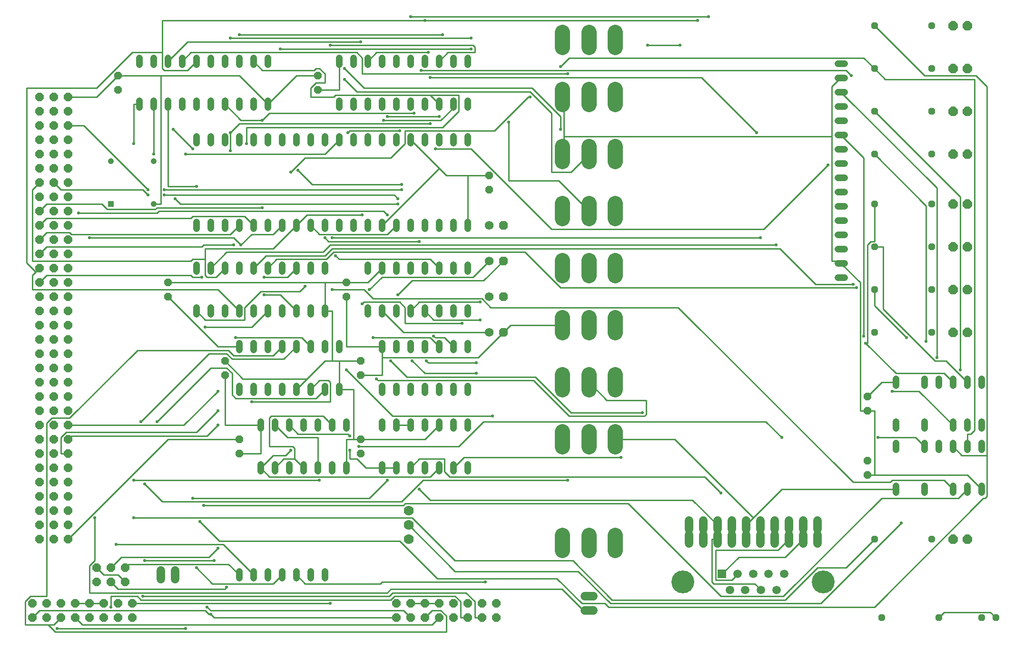
<source format=gbr>
G04 EAGLE Gerber RS-274X export*
G75*
%MOMM*%
%FSLAX34Y34*%
%LPD*%
%INBottom Copper*%
%IPPOS*%
%AMOC8*
5,1,8,0,0,1.08239X$1,22.5*%
G01*
%ADD10P,1.649562X8X202.500000*%
%ADD11P,1.319650X8X202.500000*%
%ADD12C,1.219200*%
%ADD13C,1.500000*%
%ADD14R,1.500000X1.500000*%
%ADD15C,4.066000*%
%ADD16P,1.814519X8X22.500000*%
%ADD17C,2.705100*%
%ADD18P,1.649562X8X22.500000*%
%ADD19C,1.050000*%
%ADD20R,1.050000X1.050000*%
%ADD21C,1.524000*%
%ADD22C,1.200000*%
%ADD23C,1.778000*%
%ADD24P,1.704548X8X22.500000*%
%ADD25C,1.574800*%
%ADD26P,1.539592X8X112.500000*%
%ADD27C,0.254000*%
%ADD28C,0.558800*%


D10*
X50800Y177800D03*
X50800Y203200D03*
X50800Y228600D03*
X50800Y254000D03*
X50800Y279400D03*
X50800Y304800D03*
X50800Y330200D03*
X50800Y355600D03*
X50800Y381000D03*
X50800Y406400D03*
X50800Y431800D03*
X50800Y457200D03*
X50800Y482600D03*
X50800Y508000D03*
X50800Y533400D03*
X50800Y558800D03*
X76200Y177800D03*
X76200Y203200D03*
X76200Y228600D03*
X76200Y254000D03*
X76200Y279400D03*
X76200Y304800D03*
X76200Y330200D03*
X76200Y355600D03*
X76200Y381000D03*
X76200Y406400D03*
X76200Y431800D03*
X76200Y457200D03*
X76200Y482600D03*
X76200Y508000D03*
X76200Y533400D03*
X76200Y558800D03*
X101600Y177800D03*
X101600Y203200D03*
X101600Y228600D03*
X101600Y254000D03*
X101600Y279400D03*
X101600Y304800D03*
X101600Y330200D03*
X101600Y355600D03*
X101600Y381000D03*
X101600Y406400D03*
X101600Y431800D03*
X101600Y457200D03*
X101600Y482600D03*
X101600Y508000D03*
X101600Y533400D03*
X101600Y558800D03*
X50800Y584200D03*
X50800Y609600D03*
X50800Y635000D03*
X50800Y660400D03*
X50800Y685800D03*
X50800Y711200D03*
X50800Y736600D03*
X50800Y762000D03*
X50800Y787400D03*
X50800Y812800D03*
X50800Y838200D03*
X50800Y863600D03*
X50800Y889000D03*
X50800Y914400D03*
X50800Y939800D03*
X50800Y965200D03*
X76200Y584200D03*
X76200Y609600D03*
X76200Y635000D03*
X76200Y660400D03*
X76200Y685800D03*
X76200Y711200D03*
X76200Y736600D03*
X76200Y762000D03*
X76200Y787400D03*
X76200Y812800D03*
X76200Y838200D03*
X76200Y863600D03*
X76200Y889000D03*
X76200Y914400D03*
X76200Y939800D03*
X76200Y965200D03*
X101600Y584200D03*
X101600Y609600D03*
X101600Y635000D03*
X101600Y660400D03*
X101600Y685800D03*
X101600Y711200D03*
X101600Y736600D03*
X101600Y762000D03*
X101600Y787400D03*
X101600Y812800D03*
X101600Y838200D03*
X101600Y863600D03*
X101600Y889000D03*
X101600Y914400D03*
X101600Y939800D03*
X101600Y965200D03*
D11*
X1752600Y38100D03*
X1727200Y38100D03*
X1651000Y38100D03*
X1549400Y38100D03*
D12*
X330200Y730504D02*
X330200Y742696D01*
X355600Y742696D02*
X355600Y730504D01*
X482600Y730504D02*
X482600Y742696D01*
X508000Y742696D02*
X508000Y730504D01*
X381000Y730504D02*
X381000Y742696D01*
X406400Y742696D02*
X406400Y730504D01*
X457200Y730504D02*
X457200Y742696D01*
X431800Y742696D02*
X431800Y730504D01*
X533400Y730504D02*
X533400Y742696D01*
X558800Y742696D02*
X558800Y730504D01*
X584200Y730504D02*
X584200Y742696D01*
X609600Y742696D02*
X609600Y730504D01*
X635000Y730504D02*
X635000Y742696D01*
X660400Y742696D02*
X660400Y730504D01*
X685800Y730504D02*
X685800Y742696D01*
X711200Y742696D02*
X711200Y730504D01*
X736600Y730504D02*
X736600Y742696D01*
X762000Y742696D02*
X762000Y730504D01*
X787400Y730504D02*
X787400Y742696D01*
X812800Y742696D02*
X812800Y730504D01*
X812800Y882904D02*
X812800Y895096D01*
X787400Y895096D02*
X787400Y882904D01*
X762000Y882904D02*
X762000Y895096D01*
X736600Y895096D02*
X736600Y882904D01*
X711200Y882904D02*
X711200Y895096D01*
X685800Y895096D02*
X685800Y882904D01*
X660400Y882904D02*
X660400Y895096D01*
X635000Y895096D02*
X635000Y882904D01*
X609600Y882904D02*
X609600Y895096D01*
X584200Y895096D02*
X584200Y882904D01*
X558800Y882904D02*
X558800Y895096D01*
X533400Y895096D02*
X533400Y882904D01*
X508000Y882904D02*
X508000Y895096D01*
X482600Y895096D02*
X482600Y882904D01*
X457200Y882904D02*
X457200Y895096D01*
X431800Y895096D02*
X431800Y882904D01*
X406400Y882904D02*
X406400Y895096D01*
X381000Y895096D02*
X381000Y882904D01*
X355600Y882904D02*
X355600Y895096D01*
X330200Y895096D02*
X330200Y882904D01*
X635000Y590296D02*
X635000Y578104D01*
X660400Y578104D02*
X660400Y590296D01*
X787400Y590296D02*
X787400Y578104D01*
X812800Y578104D02*
X812800Y590296D01*
X685800Y590296D02*
X685800Y578104D01*
X711200Y578104D02*
X711200Y590296D01*
X762000Y590296D02*
X762000Y578104D01*
X736600Y578104D02*
X736600Y590296D01*
X812800Y654304D02*
X812800Y666496D01*
X787400Y666496D02*
X787400Y654304D01*
X762000Y654304D02*
X762000Y666496D01*
X736600Y666496D02*
X736600Y654304D01*
X711200Y654304D02*
X711200Y666496D01*
X685800Y666496D02*
X685800Y654304D01*
X660400Y654304D02*
X660400Y666496D01*
X635000Y666496D02*
X635000Y654304D01*
D13*
X1279250Y87400D03*
X1306950Y87400D03*
X1334650Y87400D03*
X1362350Y87400D03*
X1376200Y115800D03*
X1348500Y115800D03*
X1320800Y115800D03*
X1293100Y115800D03*
D14*
X1265400Y115800D03*
D15*
X1195850Y101600D03*
X1445750Y101600D03*
D16*
X1676400Y177800D03*
X1701800Y177800D03*
D17*
X1075690Y342075D02*
X1075690Y369126D01*
X1028700Y369126D02*
X1028700Y342075D01*
X981710Y342075D02*
X981710Y369126D01*
X1075690Y443675D02*
X1075690Y470726D01*
X1028700Y470726D02*
X1028700Y443675D01*
X981710Y443675D02*
X981710Y470726D01*
X1075690Y545275D02*
X1075690Y572326D01*
X1028700Y572326D02*
X1028700Y545275D01*
X981710Y545275D02*
X981710Y572326D01*
X1075690Y646875D02*
X1075690Y673926D01*
X1028700Y673926D02*
X1028700Y646875D01*
X981710Y646875D02*
X981710Y673926D01*
X1075690Y748475D02*
X1075690Y775526D01*
X1028700Y775526D02*
X1028700Y748475D01*
X981710Y748475D02*
X981710Y775526D01*
X1075690Y850075D02*
X1075690Y877126D01*
X1028700Y877126D02*
X1028700Y850075D01*
X981710Y850075D02*
X981710Y877126D01*
X1075690Y951675D02*
X1075690Y978726D01*
X1028700Y978726D02*
X1028700Y951675D01*
X981710Y951675D02*
X981710Y978726D01*
X1075690Y1053275D02*
X1075690Y1080326D01*
X1028700Y1080326D02*
X1028700Y1053275D01*
X981710Y1053275D02*
X981710Y1080326D01*
D12*
X228600Y958596D02*
X228600Y946404D01*
X254000Y946404D02*
X254000Y958596D01*
X381000Y958596D02*
X381000Y946404D01*
X406400Y946404D02*
X406400Y958596D01*
X279400Y958596D02*
X279400Y946404D01*
X304800Y946404D02*
X304800Y958596D01*
X355600Y958596D02*
X355600Y946404D01*
X330200Y946404D02*
X330200Y958596D01*
X431800Y958596D02*
X431800Y946404D01*
X457200Y946404D02*
X457200Y958596D01*
X457200Y1022604D02*
X457200Y1034796D01*
X431800Y1034796D02*
X431800Y1022604D01*
X406400Y1022604D02*
X406400Y1034796D01*
X381000Y1034796D02*
X381000Y1022604D01*
X355600Y1022604D02*
X355600Y1034796D01*
X330200Y1034796D02*
X330200Y1022604D01*
X304800Y1022604D02*
X304800Y1034796D01*
X279400Y1034796D02*
X279400Y1022604D01*
X254000Y1022604D02*
X254000Y1034796D01*
X228600Y1034796D02*
X228600Y1022604D01*
D11*
X1638300Y177800D03*
X1536700Y177800D03*
D16*
X1676400Y546100D03*
X1701800Y546100D03*
X1676400Y622300D03*
X1701800Y622300D03*
X1676400Y698500D03*
X1701800Y698500D03*
X1676400Y774700D03*
X1701800Y774700D03*
X1676400Y863600D03*
X1701800Y863600D03*
X1676400Y939800D03*
X1701800Y939800D03*
X1676400Y1016000D03*
X1701800Y1016000D03*
X1676400Y1092200D03*
X1701800Y1092200D03*
D11*
X1638300Y546100D03*
X1536700Y546100D03*
X1638300Y622300D03*
X1536700Y622300D03*
X1638300Y698500D03*
X1536700Y698500D03*
X1638300Y774700D03*
X1536700Y774700D03*
X1638300Y863600D03*
X1536700Y863600D03*
X1638300Y939800D03*
X1536700Y939800D03*
X1638300Y1016000D03*
X1536700Y1016000D03*
X1638300Y1092200D03*
X1536700Y1092200D03*
D12*
X330200Y590296D02*
X330200Y578104D01*
X355600Y578104D02*
X355600Y590296D01*
X482600Y590296D02*
X482600Y578104D01*
X508000Y578104D02*
X508000Y590296D01*
X381000Y590296D02*
X381000Y578104D01*
X406400Y578104D02*
X406400Y590296D01*
X457200Y590296D02*
X457200Y578104D01*
X431800Y578104D02*
X431800Y590296D01*
X533400Y590296D02*
X533400Y578104D01*
X558800Y578104D02*
X558800Y590296D01*
X558800Y654304D02*
X558800Y666496D01*
X533400Y666496D02*
X533400Y654304D01*
X508000Y654304D02*
X508000Y666496D01*
X482600Y666496D02*
X482600Y654304D01*
X457200Y654304D02*
X457200Y666496D01*
X431800Y666496D02*
X431800Y654304D01*
X406400Y654304D02*
X406400Y666496D01*
X381000Y666496D02*
X381000Y654304D01*
X355600Y654304D02*
X355600Y666496D01*
X330200Y666496D02*
X330200Y654304D01*
X1727200Y348996D02*
X1727200Y336804D01*
X1701800Y336804D02*
X1701800Y348996D01*
X1676400Y348996D02*
X1676400Y336804D01*
X1651000Y336804D02*
X1651000Y348996D01*
X1625600Y348996D02*
X1625600Y336804D01*
X1574800Y336804D02*
X1574800Y348996D01*
X1574800Y272796D02*
X1574800Y260604D01*
X1625600Y260604D02*
X1625600Y272796D01*
X1676400Y272796D02*
X1676400Y260604D01*
X1701800Y260604D02*
X1701800Y272796D01*
X1727200Y272796D02*
X1727200Y260604D01*
X1727200Y451104D02*
X1727200Y463296D01*
X1701800Y463296D02*
X1701800Y451104D01*
X1676400Y451104D02*
X1676400Y463296D01*
X1651000Y463296D02*
X1651000Y451104D01*
X1625600Y451104D02*
X1625600Y463296D01*
X1574800Y463296D02*
X1574800Y451104D01*
X1574800Y387096D02*
X1574800Y374904D01*
X1625600Y374904D02*
X1625600Y387096D01*
X1676400Y387096D02*
X1676400Y374904D01*
X1701800Y374904D02*
X1701800Y387096D01*
X1727200Y387096D02*
X1727200Y374904D01*
X406400Y438404D02*
X406400Y450596D01*
X431800Y450596D02*
X431800Y438404D01*
X558800Y438404D02*
X558800Y450596D01*
X584200Y450596D02*
X584200Y438404D01*
X457200Y438404D02*
X457200Y450596D01*
X482600Y450596D02*
X482600Y438404D01*
X533400Y438404D02*
X533400Y450596D01*
X508000Y450596D02*
X508000Y438404D01*
X584200Y514604D02*
X584200Y526796D01*
X558800Y526796D02*
X558800Y514604D01*
X533400Y514604D02*
X533400Y526796D01*
X508000Y526796D02*
X508000Y514604D01*
X482600Y514604D02*
X482600Y526796D01*
X457200Y526796D02*
X457200Y514604D01*
X431800Y514604D02*
X431800Y526796D01*
X406400Y526796D02*
X406400Y514604D01*
D18*
X152400Y101600D03*
X152400Y127000D03*
X177800Y101600D03*
X177800Y127000D03*
X203200Y101600D03*
X203200Y127000D03*
D19*
X177800Y850900D03*
X254000Y850900D03*
X254000Y774700D03*
D20*
X177800Y774700D03*
D17*
X1075690Y184976D02*
X1075690Y157925D01*
X1028700Y157925D02*
X1028700Y184976D01*
X981710Y184976D02*
X981710Y157925D01*
D21*
X1021080Y50800D02*
X1036320Y50800D01*
X1036320Y76200D02*
X1021080Y76200D01*
D22*
X1471600Y1024900D02*
X1483600Y1024900D01*
X1483600Y999500D02*
X1471600Y999500D01*
X1471600Y974100D02*
X1483600Y974100D01*
X1483600Y948700D02*
X1471600Y948700D01*
X1471600Y923300D02*
X1483600Y923300D01*
X1483600Y897900D02*
X1471600Y897900D01*
X1471600Y872500D02*
X1483600Y872500D01*
X1483600Y847100D02*
X1471600Y847100D01*
X1471600Y821700D02*
X1483600Y821700D01*
X1483600Y796300D02*
X1471600Y796300D01*
X1471600Y770900D02*
X1483600Y770900D01*
X1483600Y745500D02*
X1471600Y745500D01*
X1471600Y720100D02*
X1483600Y720100D01*
X1483600Y694700D02*
X1471600Y694700D01*
X1471600Y669300D02*
X1483600Y669300D01*
X1483600Y643900D02*
X1471600Y643900D01*
D12*
X584200Y946404D02*
X584200Y958596D01*
X609600Y958596D02*
X609600Y946404D01*
X736600Y946404D02*
X736600Y958596D01*
X762000Y958596D02*
X762000Y946404D01*
X635000Y946404D02*
X635000Y958596D01*
X660400Y958596D02*
X660400Y946404D01*
X711200Y946404D02*
X711200Y958596D01*
X685800Y958596D02*
X685800Y946404D01*
X787400Y946404D02*
X787400Y958596D01*
X812800Y958596D02*
X812800Y946404D01*
X812800Y1022604D02*
X812800Y1034796D01*
X787400Y1034796D02*
X787400Y1022604D01*
X762000Y1022604D02*
X762000Y1034796D01*
X736600Y1034796D02*
X736600Y1022604D01*
X711200Y1022604D02*
X711200Y1034796D01*
X685800Y1034796D02*
X685800Y1022604D01*
X660400Y1022604D02*
X660400Y1034796D01*
X635000Y1034796D02*
X635000Y1022604D01*
X609600Y1022604D02*
X609600Y1034796D01*
X584200Y1034796D02*
X584200Y1022604D01*
X660400Y310896D02*
X660400Y298704D01*
X685800Y298704D02*
X685800Y310896D01*
X812800Y310896D02*
X812800Y298704D01*
X812800Y374904D02*
X812800Y387096D01*
X711200Y310896D02*
X711200Y298704D01*
X736600Y298704D02*
X736600Y310896D01*
X787400Y310896D02*
X787400Y298704D01*
X762000Y298704D02*
X762000Y310896D01*
X787400Y374904D02*
X787400Y387096D01*
X762000Y387096D02*
X762000Y374904D01*
X736600Y374904D02*
X736600Y387096D01*
X711200Y387096D02*
X711200Y374904D01*
X685800Y374904D02*
X685800Y387096D01*
X660400Y387096D02*
X660400Y374904D01*
D10*
X215900Y63500D03*
X215900Y38100D03*
X190500Y63500D03*
X190500Y38100D03*
X165100Y63500D03*
X165100Y38100D03*
X139700Y63500D03*
X139700Y38100D03*
X114300Y63500D03*
X114300Y38100D03*
X88900Y63500D03*
X88900Y38100D03*
X63500Y63500D03*
X63500Y38100D03*
X38100Y63500D03*
X38100Y38100D03*
D23*
X708025Y203200D03*
X708025Y228600D03*
X708025Y177800D03*
D10*
X863600Y63500D03*
X863600Y38100D03*
X838200Y63500D03*
X838200Y38100D03*
X812800Y63500D03*
X812800Y38100D03*
X787400Y63500D03*
X787400Y38100D03*
X762000Y63500D03*
X762000Y38100D03*
X736600Y63500D03*
X736600Y38100D03*
X711200Y63500D03*
X711200Y38100D03*
X685800Y63500D03*
X685800Y38100D03*
D12*
X444500Y298704D02*
X444500Y310896D01*
X469900Y310896D02*
X469900Y298704D01*
X596900Y298704D02*
X596900Y310896D01*
X596900Y374904D02*
X596900Y387096D01*
X495300Y310896D02*
X495300Y298704D01*
X520700Y298704D02*
X520700Y310896D01*
X571500Y310896D02*
X571500Y298704D01*
X546100Y298704D02*
X546100Y310896D01*
X571500Y374904D02*
X571500Y387096D01*
X546100Y387096D02*
X546100Y374904D01*
X520700Y374904D02*
X520700Y387096D01*
X495300Y387096D02*
X495300Y374904D01*
X469900Y374904D02*
X469900Y387096D01*
X444500Y387096D02*
X444500Y374904D01*
D21*
X1206500Y185420D02*
X1206500Y170180D01*
X1231900Y170180D02*
X1231900Y185420D01*
X1257300Y185420D02*
X1257300Y170180D01*
X1282700Y170180D02*
X1282700Y185420D01*
X1308100Y185420D02*
X1308100Y170180D01*
X1333500Y170180D02*
X1333500Y185420D01*
X1358900Y185420D02*
X1358900Y170180D01*
X1384300Y170180D02*
X1384300Y185420D01*
X1409700Y185420D02*
X1409700Y170180D01*
X1435100Y170180D02*
X1435100Y185420D01*
X1206500Y195580D02*
X1206500Y210820D01*
X1231900Y210820D02*
X1231900Y195580D01*
X1257300Y195580D02*
X1257300Y210820D01*
X1282700Y210820D02*
X1282700Y195580D01*
X1308100Y195580D02*
X1308100Y210820D01*
X1333500Y210820D02*
X1333500Y195580D01*
X1358900Y195580D02*
X1358900Y210820D01*
X1384300Y210820D02*
X1384300Y195580D01*
X1409700Y195580D02*
X1409700Y210820D01*
X1435100Y210820D02*
X1435100Y195580D01*
D24*
X876300Y673100D03*
D25*
X850900Y673100D03*
D24*
X876300Y609600D03*
D25*
X850900Y609600D03*
D24*
X876300Y546100D03*
D25*
X850900Y546100D03*
D24*
X876300Y736600D03*
D25*
X850900Y736600D03*
D26*
X1524000Y406400D03*
X1524000Y431800D03*
X1524000Y292100D03*
X1524000Y317500D03*
X850900Y800100D03*
X850900Y825500D03*
X596900Y609600D03*
X596900Y635000D03*
X381000Y469900D03*
X381000Y495300D03*
X622300Y469900D03*
X622300Y495300D03*
X622300Y330200D03*
X622300Y355600D03*
X406400Y330200D03*
X406400Y355600D03*
X279400Y609600D03*
X279400Y635000D03*
X546100Y977900D03*
X546100Y1003300D03*
X190500Y977900D03*
X190500Y1003300D03*
D21*
X266700Y121920D02*
X266700Y106680D01*
X292100Y106680D02*
X292100Y121920D01*
D12*
X660400Y438404D02*
X660400Y450596D01*
X685800Y450596D02*
X685800Y438404D01*
X812800Y438404D02*
X812800Y450596D01*
X812800Y514604D02*
X812800Y526796D01*
X711200Y450596D02*
X711200Y438404D01*
X736600Y438404D02*
X736600Y450596D01*
X787400Y450596D02*
X787400Y438404D01*
X762000Y438404D02*
X762000Y450596D01*
X787400Y514604D02*
X787400Y526796D01*
X762000Y526796D02*
X762000Y514604D01*
X736600Y514604D02*
X736600Y526796D01*
X711200Y526796D02*
X711200Y514604D01*
X685800Y514604D02*
X685800Y526796D01*
X660400Y526796D02*
X660400Y514604D01*
X406400Y120396D02*
X406400Y108204D01*
X431800Y108204D02*
X431800Y120396D01*
X457200Y120396D02*
X457200Y108204D01*
X482600Y108204D02*
X482600Y120396D01*
X508000Y120396D02*
X508000Y108204D01*
X533400Y108204D02*
X533400Y120396D01*
X558800Y120396D02*
X558800Y108204D01*
D27*
X1524000Y431800D02*
X1549400Y457200D01*
X1574800Y457200D01*
X1371600Y266700D02*
X1320800Y215900D01*
X1308100Y203200D01*
X1371600Y266700D02*
X1574800Y266700D01*
X596900Y304800D02*
X596900Y355600D01*
X609600Y355600D02*
X622300Y355600D01*
X609600Y355600D02*
X596900Y355600D01*
X527050Y463550D02*
X558800Y495300D01*
X527050Y463550D02*
X508000Y444500D01*
X584200Y495300D02*
X622300Y495300D01*
X584200Y495300D02*
X571500Y495300D01*
X558800Y495300D01*
X584200Y495300D02*
X584200Y444500D01*
X412750Y463550D02*
X381000Y495300D01*
X412750Y463550D02*
X527050Y463550D01*
X609600Y444500D02*
X609600Y355600D01*
X609600Y444500D02*
X584200Y444500D01*
X279400Y355600D02*
X101600Y177800D01*
X279400Y355600D02*
X406400Y355600D01*
X736600Y355600D02*
X762000Y381000D01*
X736600Y355600D02*
X622300Y355600D01*
X457200Y952500D02*
X508000Y1003300D01*
X546100Y1003300D01*
X190500Y1003300D02*
X152400Y965200D01*
X101600Y965200D01*
X406400Y1003300D02*
X457200Y952500D01*
X266700Y1003300D02*
X190500Y1003300D01*
X266700Y1003300D02*
X406400Y1003300D01*
X762000Y838200D02*
X774700Y825500D01*
X762000Y838200D02*
X711200Y889000D01*
X812800Y825500D02*
X850900Y825500D01*
X812800Y825500D02*
X774700Y825500D01*
X812800Y825500D02*
X812800Y736600D01*
X558800Y635000D02*
X558800Y584200D01*
X558800Y635000D02*
X596900Y635000D01*
X635000Y635000D02*
X660400Y660400D01*
X635000Y635000D02*
X596900Y635000D01*
X558800Y635000D02*
X279400Y635000D01*
X660400Y736600D02*
X762000Y838200D01*
X266700Y774700D02*
X266700Y1003300D01*
X266700Y774700D02*
X254000Y774700D01*
X571500Y584200D02*
X571500Y495300D01*
X571500Y584200D02*
X558800Y584200D01*
X1181100Y355600D02*
X1320800Y215900D01*
X1181100Y355600D02*
X1075690Y355600D01*
X1701800Y292100D02*
X1727200Y266700D01*
X1536700Y292100D02*
X1524000Y292100D01*
X1536700Y292100D02*
X1701800Y292100D01*
X1511300Y635000D02*
X1479550Y666750D01*
X1511300Y635000D02*
X1511300Y406400D01*
X1524000Y406400D01*
X1479550Y666750D02*
X1477600Y669300D01*
X1460500Y984250D02*
X1473200Y996950D01*
X1460500Y895350D02*
X1460500Y673100D01*
X1460500Y895350D02*
X1460500Y984250D01*
X1460500Y673100D02*
X1473200Y673100D01*
X1473200Y996950D02*
X1477600Y999500D01*
X1473200Y673100D02*
X1477600Y669300D01*
X1536700Y406400D02*
X1536700Y292100D01*
X1536700Y406400D02*
X1524000Y406400D01*
X889000Y558800D02*
X876300Y546100D01*
X889000Y558800D02*
X981710Y558800D01*
X984250Y863600D02*
X984250Y895350D01*
X984250Y965200D01*
X981710Y965200D01*
X981710Y863600D02*
X984250Y863600D01*
X584200Y977900D02*
X584200Y1028700D01*
X584200Y977900D02*
X546100Y977900D01*
X660400Y501650D02*
X660400Y469900D01*
X660400Y501650D02*
X660400Y520700D01*
X660400Y469900D02*
X622300Y469900D01*
X596900Y520700D02*
X596900Y609600D01*
X596900Y520700D02*
X660400Y520700D01*
X444500Y381000D02*
X444500Y330200D01*
X406400Y330200D01*
X381000Y381000D02*
X381000Y469900D01*
X381000Y381000D02*
X444500Y381000D01*
X368300Y520700D02*
X279400Y609600D01*
X368300Y520700D02*
X406400Y520700D01*
X209550Y133350D02*
X203200Y127000D01*
X209550Y133350D02*
X387350Y133350D01*
X406400Y114300D01*
X831850Y501650D02*
X876300Y546100D01*
X831850Y501650D02*
X660400Y501650D01*
X984250Y895350D02*
X1460500Y895350D01*
X63500Y647700D02*
X50800Y635000D01*
X63500Y647700D02*
X320675Y647700D01*
X323850Y644525D01*
X339725Y644525D01*
X711200Y1108075D02*
X1241425Y1108075D01*
X314325Y1063625D02*
X279400Y1028700D01*
X314325Y1063625D02*
X622300Y1063625D01*
X323850Y873125D02*
X288925Y908050D01*
D28*
X339725Y644525D03*
X1241425Y1108075D03*
X711200Y1108075D03*
X622300Y1063625D03*
X323850Y873125D03*
X288925Y908050D03*
D27*
X44450Y654050D02*
X38100Y647700D01*
X44450Y654050D02*
X50800Y660400D01*
X38100Y647700D02*
X38100Y622300D01*
X368300Y622300D01*
X406400Y584200D01*
X736600Y1101725D02*
X1222375Y1101725D01*
X330200Y1028700D02*
X314325Y1012825D01*
X273050Y1012825D01*
X269875Y1016000D01*
X269875Y1044575D02*
X269875Y1101725D01*
X269875Y1044575D02*
X269875Y1016000D01*
X269875Y1101725D02*
X736600Y1101725D01*
X44450Y654050D02*
X28575Y669925D01*
X28575Y981075D01*
X152400Y981075D01*
X215900Y1044575D01*
X269875Y1044575D01*
D28*
X1222375Y1101725D03*
X736600Y1101725D03*
D27*
X406400Y736600D02*
X390525Y720725D01*
X107950Y720725D01*
X104775Y723900D01*
X63500Y723900D01*
X50800Y711200D01*
X479425Y612775D02*
X508000Y584200D01*
X479425Y612775D02*
X450850Y612775D01*
X447675Y1012825D02*
X431800Y1028700D01*
X447675Y1012825D02*
X539750Y1012825D01*
X542925Y1016000D01*
X549275Y1016000D01*
X558800Y1006475D01*
X558800Y990600D01*
X542925Y990600D01*
X533400Y981075D01*
X533400Y965200D01*
X574675Y965200D01*
X577850Y968375D01*
X746125Y968375D01*
X762000Y952500D01*
X419100Y911225D02*
X419100Y882650D01*
X419100Y911225D02*
X768350Y911225D01*
X796925Y939800D01*
X796925Y968375D01*
X746125Y968375D01*
D28*
X450850Y612775D03*
X419100Y882650D03*
D27*
X508000Y660400D02*
X492125Y644525D01*
X450850Y644525D01*
X63500Y749300D02*
X50800Y736600D01*
X63500Y749300D02*
X320675Y749300D01*
X323850Y752475D01*
X415925Y752475D01*
X431800Y736600D01*
X1133475Y1057275D02*
X1190625Y1057275D01*
X822325Y1057275D02*
X568325Y1057275D01*
X822325Y1057275D02*
X825500Y1054100D01*
X825500Y1044575D01*
X777875Y1044575D01*
X762000Y1028700D01*
D28*
X450850Y644525D03*
X1190625Y1057275D03*
X1133475Y1057275D03*
X568325Y1057275D03*
D27*
X409575Y923925D02*
X381000Y952500D01*
X409575Y923925D02*
X447675Y923925D01*
X63500Y774700D02*
X50800Y762000D01*
X63500Y774700D02*
X161925Y774700D01*
X171450Y765175D01*
X257175Y765175D01*
X260350Y768350D01*
X447675Y768350D01*
X1228725Y1000125D02*
X1327150Y901700D01*
X1228725Y1000125D02*
X746125Y1000125D01*
X460375Y936625D02*
X447675Y923925D01*
X460375Y936625D02*
X717550Y936625D01*
D28*
X447675Y923925D03*
X447675Y768350D03*
X1327150Y901700D03*
X746125Y1000125D03*
X717550Y936625D03*
D27*
X428625Y720725D02*
X409575Y701675D01*
X428625Y720725D02*
X466725Y720725D01*
X482600Y736600D01*
X409575Y701675D02*
X396875Y714375D01*
X139700Y714375D01*
D28*
X409575Y701675D03*
X139700Y714375D03*
D27*
X390525Y869950D02*
X390525Y901700D01*
X63500Y698500D02*
X50800Y685800D01*
X63500Y698500D02*
X339725Y698500D01*
X342900Y701675D01*
X396875Y701675D01*
X1339850Y730250D02*
X1454150Y844550D01*
X1339850Y730250D02*
X962025Y730250D01*
X819150Y873125D01*
X755650Y873125D01*
X406400Y917575D02*
X390525Y901700D01*
X406400Y917575D02*
X746125Y917575D01*
D28*
X390525Y901700D03*
X390525Y869950D03*
X396875Y701675D03*
X1454150Y844550D03*
X755650Y873125D03*
X746125Y917575D03*
D27*
X381000Y660400D02*
X365125Y644525D01*
X349250Y644525D01*
X346075Y647700D01*
X346075Y676275D02*
X346075Y695325D01*
X346075Y676275D02*
X346075Y647700D01*
X346075Y695325D02*
X466725Y695325D01*
X508000Y736600D01*
X279400Y806450D02*
X279400Y952500D01*
X279400Y806450D02*
X330200Y806450D01*
X50800Y812800D02*
X38100Y800100D01*
X38100Y673100D01*
X320675Y673100D01*
X323850Y676275D01*
X346075Y676275D01*
X650875Y1044575D02*
X742950Y1044575D01*
X650875Y1044575D02*
X635000Y1028700D01*
X527050Y755650D02*
X508000Y736600D01*
X527050Y755650D02*
X625475Y755650D01*
D28*
X330200Y806450D03*
X742950Y1044575D03*
X625475Y755650D03*
D27*
X682625Y790575D02*
X688975Y784225D01*
X682625Y790575D02*
X273050Y790575D01*
X244475Y790575D02*
X234950Y800100D01*
X88900Y800100D01*
X76200Y812800D01*
D28*
X688975Y784225D03*
X273050Y790575D03*
X244475Y790575D03*
D27*
X368300Y406400D02*
X330200Y368300D01*
X98425Y368300D01*
X88900Y358775D01*
X88900Y330200D01*
X101600Y330200D01*
D28*
X368300Y406400D03*
D27*
X368300Y381000D02*
X349250Y361950D01*
X107950Y361950D01*
X101600Y355600D01*
D28*
X368300Y381000D03*
D27*
X307975Y381000D02*
X368300Y441325D01*
X307975Y381000D02*
X101600Y381000D01*
D28*
X368300Y441325D03*
D27*
X152400Y127000D02*
X165100Y114300D01*
X190500Y114300D01*
X203200Y101600D01*
X377825Y168275D02*
X431800Y114300D01*
X377825Y168275D02*
X187325Y168275D01*
X714375Y495300D02*
X736600Y473075D01*
X828675Y473075D01*
D28*
X187325Y168275D03*
X714375Y495300D03*
X828675Y473075D03*
D27*
X695325Y800100D02*
X273050Y800100D01*
X244475Y800100D02*
X130175Y914400D01*
X101600Y914400D01*
D28*
X695325Y800100D03*
X273050Y800100D03*
X244475Y800100D03*
D27*
X1485900Y127000D02*
X1536700Y177800D01*
X1485900Y127000D02*
X1435100Y127000D01*
X1377950Y69850D01*
X1069975Y69850D01*
X1000125Y139700D01*
X790575Y139700D01*
X714375Y215900D01*
X219075Y215900D01*
D28*
X219075Y215900D03*
D27*
X149225Y215900D02*
X149225Y139700D01*
X139700Y130175D01*
X139700Y82550D01*
X669925Y82550D01*
X676275Y88900D01*
X981075Y88900D01*
X1019175Y50800D01*
X1028700Y50800D01*
D28*
X149225Y215900D03*
D27*
X669925Y755650D02*
X663575Y762000D01*
X263525Y762000D01*
X260350Y758825D01*
X120650Y758825D01*
D28*
X669925Y755650D03*
X120650Y758825D03*
D27*
X1651000Y38100D02*
X1660525Y47625D01*
X1743075Y47625D01*
X1752600Y38100D01*
X254000Y863600D02*
X254000Y952500D01*
X238125Y276225D02*
X269875Y244475D01*
X695325Y244475D01*
X733425Y282575D01*
X990600Y282575D01*
D28*
X254000Y863600D03*
X238125Y276225D03*
X990600Y282575D03*
D27*
X654050Y460375D02*
X650875Y463550D01*
X654050Y460375D02*
X930275Y460375D01*
X993775Y396875D01*
X1127125Y396875D01*
X1130300Y400050D01*
X1130300Y425450D01*
X1060450Y425450D01*
X1028700Y457200D01*
D28*
X650875Y463550D03*
D27*
X768350Y1076325D02*
X406400Y1076325D01*
D28*
X406400Y1076325D03*
X768350Y1076325D03*
D27*
X628650Y981075D02*
X593725Y1016000D01*
X628650Y981075D02*
X927100Y981075D01*
X977900Y930275D01*
X977900Y908050D01*
D28*
X593725Y1016000D03*
X977900Y908050D03*
D27*
X819150Y1050925D02*
X479425Y1050925D01*
X885825Y920750D02*
X885825Y815975D01*
X974725Y815975D01*
X1028700Y762000D01*
D28*
X479425Y1050925D03*
X819150Y1050925D03*
X885825Y920750D03*
D27*
X615950Y974725D02*
X593725Y996950D01*
X615950Y974725D02*
X923925Y974725D01*
X962025Y936625D01*
X962025Y831850D01*
X996950Y831850D01*
X1028700Y863600D01*
D28*
X593725Y996950D03*
D27*
X390525Y1069975D02*
X819150Y1069975D01*
D28*
X390525Y1069975D03*
X819150Y1069975D03*
D27*
X320675Y1044575D02*
X304800Y1028700D01*
X320675Y1044575D02*
X615950Y1044575D01*
X625475Y1035050D01*
X625475Y1006475D01*
X990600Y1006475D01*
D28*
X990600Y1006475D03*
D27*
X384175Y688975D02*
X355600Y660400D01*
X384175Y688975D02*
X555625Y688975D01*
X568325Y701675D01*
X1362075Y701675D01*
X1616075Y441325D02*
X1676400Y381000D01*
X1616075Y441325D02*
X1568450Y441325D01*
D28*
X1362075Y701675D03*
X1568450Y441325D03*
D27*
X454025Y682625D02*
X431800Y660400D01*
X454025Y682625D02*
X558800Y682625D01*
X571500Y695325D01*
X1368425Y695325D01*
X1431925Y631825D01*
X1498600Y631825D01*
X1536700Y593725D02*
X1593850Y536575D01*
X1536700Y593725D02*
X1536700Y622300D01*
D28*
X1498600Y631825D03*
X1593850Y536575D03*
D27*
X473075Y676275D02*
X457200Y660400D01*
X473075Y676275D02*
X561975Y676275D01*
X574675Y688975D01*
X914400Y688975D01*
X977900Y625475D01*
X1504950Y625475D01*
X1663700Y495300D02*
X1701800Y457200D01*
X1663700Y495300D02*
X1644650Y495300D01*
X1552575Y587375D01*
X1552575Y698500D01*
X1536700Y698500D01*
D28*
X1504950Y625475D03*
D27*
X1333500Y714375D02*
X571500Y714375D01*
X1520825Y527050D02*
X1574800Y473075D01*
X1660525Y473075D01*
X1676400Y457200D01*
X1536700Y708025D02*
X1536700Y774700D01*
X1536700Y708025D02*
X1530350Y708025D01*
X1524000Y701675D01*
X1524000Y527050D01*
X1520825Y527050D01*
D28*
X571500Y714375D03*
X1333500Y714375D03*
X1520825Y527050D03*
D27*
X628650Y622300D02*
X571500Y622300D01*
X628650Y622300D02*
X644525Y606425D01*
X838200Y606425D01*
X854075Y590550D01*
X1187450Y590550D01*
X1498600Y279400D01*
X1565275Y279400D01*
X1568450Y282575D01*
X1660525Y282575D01*
X1676400Y266700D01*
X1628775Y771525D02*
X1536700Y863600D01*
X1628775Y771525D02*
X1628775Y530225D01*
D28*
X571500Y622300D03*
X1628775Y530225D03*
D27*
X457200Y584200D02*
X428625Y555625D01*
X346075Y555625D01*
X342900Y238125D02*
X698500Y238125D01*
X701675Y241300D01*
X1098550Y241300D01*
X1263650Y76200D01*
X1374775Y76200D01*
X1549400Y250825D01*
X1685925Y250825D01*
X1701800Y266700D01*
X1689100Y787400D02*
X1536700Y939800D01*
X1689100Y787400D02*
X1689100Y479425D01*
D28*
X346075Y555625D03*
X342900Y238125D03*
X1689100Y479425D03*
D27*
X523875Y857250D02*
X498475Y831850D01*
X523875Y857250D02*
X676275Y857250D01*
X701675Y882650D01*
X701675Y904875D01*
X860425Y904875D01*
X920750Y965200D01*
X923925Y965200D01*
X977900Y1019175D02*
X993775Y1035050D01*
X1517650Y1035050D01*
X1536700Y1016000D01*
X1701800Y365125D02*
X1701800Y342900D01*
X1701800Y365125D02*
X1708150Y365125D01*
X1714500Y371475D01*
X1714500Y996950D01*
X1555750Y996950D01*
X1536700Y1016000D01*
D28*
X498475Y831850D03*
X923925Y965200D03*
X977900Y1019175D03*
D27*
X336550Y209550D02*
X371475Y174625D01*
X692150Y174625D01*
X758825Y107950D01*
X971550Y107950D01*
X1016000Y63500D01*
X1057275Y63500D01*
X1063625Y57150D01*
X1536700Y57150D01*
X1730375Y250825D01*
X1733550Y250825D01*
X1736725Y254000D01*
X1736725Y327025D01*
X1692275Y327025D01*
X1676400Y342900D01*
X1625600Y1003300D02*
X1536700Y1092200D01*
X1625600Y1003300D02*
X1717675Y1003300D01*
X1736725Y984250D01*
X1736725Y327025D01*
D28*
X336550Y209550D03*
D27*
X1609725Y358775D02*
X1625600Y342900D01*
X1609725Y358775D02*
X1543050Y358775D01*
X1371600Y358775D02*
X1343025Y387350D01*
X841375Y387350D01*
X796925Y342900D01*
X619125Y342900D01*
X603250Y361950D02*
X600075Y365125D01*
X511175Y365125D01*
X495300Y381000D01*
D28*
X1543050Y358775D03*
X1371600Y358775D03*
X619125Y342900D03*
X603250Y361950D03*
D27*
X384175Y92075D02*
X381000Y88900D01*
X190500Y88900D01*
X177800Y101600D01*
D28*
X384175Y92075D03*
D27*
X533400Y444500D02*
X549275Y460375D01*
X565150Y460375D01*
X568325Y457200D01*
X568325Y422275D01*
X428625Y422275D01*
X368300Y161925D02*
X352425Y146050D01*
X196850Y146050D01*
X177800Y127000D01*
D28*
X428625Y422275D03*
X368300Y161925D03*
D27*
X355600Y44450D02*
X361950Y38100D01*
X685800Y38100D01*
X50800Y50800D02*
X38100Y38100D01*
X50800Y50800D02*
X346075Y50800D01*
X352425Y44450D01*
X355600Y44450D01*
D28*
X355600Y44450D03*
D27*
X355600Y50800D02*
X349250Y57150D01*
X355600Y50800D02*
X698500Y50800D01*
X711200Y38100D01*
X311150Y19050D02*
X82550Y19050D01*
D28*
X349250Y57150D03*
X82550Y19050D03*
X311150Y19050D03*
D27*
X533400Y520700D02*
X517525Y536575D01*
X400050Y536575D01*
X361950Y139700D02*
X238125Y139700D01*
D28*
X400050Y536575D03*
X238125Y139700D03*
X361950Y139700D03*
D27*
X679450Y396875D02*
X596900Y479425D01*
X679450Y396875D02*
X857250Y396875D01*
X177800Y76200D02*
X177800Y57150D01*
X177800Y76200D02*
X225425Y76200D01*
X231775Y69850D01*
X676275Y69850D01*
X682625Y76200D01*
X790575Y76200D01*
X800100Y66675D01*
X800100Y38100D01*
X812800Y38100D01*
D28*
X596900Y479425D03*
X857250Y396875D03*
X177800Y57150D03*
D27*
X625475Y596900D02*
X628650Y600075D01*
X692150Y600075D01*
X701675Y590550D01*
X701675Y561975D01*
X803275Y561975D01*
X673100Y76200D02*
X234950Y76200D01*
X673100Y76200D02*
X679450Y82550D01*
X809625Y82550D01*
X825500Y66675D01*
X825500Y38100D01*
X838200Y38100D01*
D28*
X625475Y596900D03*
X803275Y561975D03*
X234950Y76200D03*
D27*
X542925Y428625D02*
X558800Y444500D01*
X542925Y428625D02*
X400050Y428625D01*
X393700Y434975D01*
X393700Y473075D01*
X384175Y482600D01*
X355600Y482600D01*
X260350Y387350D01*
D28*
X260350Y387350D03*
D27*
X219075Y282575D02*
X549275Y282575D01*
X219075Y882650D02*
X219075Y952500D01*
X228600Y952500D01*
D28*
X549275Y282575D03*
X219075Y282575D03*
X219075Y882650D03*
D27*
X482600Y520700D02*
X466725Y504825D01*
X396875Y504825D01*
X387350Y514350D01*
X225425Y514350D01*
X104775Y393700D01*
X73025Y393700D01*
X63500Y384175D01*
X63500Y76200D01*
X34925Y76200D01*
X25400Y66675D01*
X25400Y25400D01*
X66675Y25400D02*
X76200Y25400D01*
X66675Y25400D02*
X25400Y25400D01*
X76200Y25400D02*
X88900Y38100D01*
X736600Y38100D02*
X749300Y50800D01*
X765175Y50800D01*
X774700Y41275D01*
X774700Y12700D01*
X79375Y12700D01*
X66675Y25400D01*
X485775Y498475D02*
X508000Y520700D01*
X485775Y498475D02*
X393700Y498475D01*
X384175Y508000D01*
X352425Y508000D01*
X231775Y387350D01*
X749300Y25400D02*
X762000Y38100D01*
X749300Y25400D02*
X127000Y25400D01*
X114300Y38100D01*
D28*
X231775Y387350D03*
D27*
X488950Y327025D02*
X498475Y336550D01*
X488950Y327025D02*
X466725Y327025D01*
X444500Y304800D01*
X460375Y288925D01*
X746125Y288925D01*
X762000Y304800D01*
D28*
X498475Y336550D03*
D27*
X536575Y809625D02*
X511175Y835025D01*
X536575Y809625D02*
X695325Y809625D01*
X752475Y539750D02*
X755650Y536575D01*
X771525Y536575D01*
X787400Y520700D01*
X508000Y114300D02*
X523875Y98425D01*
X657225Y98425D01*
X660400Y101600D01*
X844550Y101600D01*
D28*
X511175Y835025D03*
X695325Y809625D03*
X752475Y539750D03*
X844550Y101600D03*
D27*
X358775Y98425D02*
X330200Y127000D01*
X358775Y98425D02*
X466725Y98425D01*
X482600Y114300D01*
X514350Y619125D02*
X523875Y628650D01*
X514350Y619125D02*
X444500Y619125D01*
X415925Y590550D01*
X415925Y568325D01*
X346075Y568325D01*
X330200Y584200D01*
D28*
X330200Y127000D03*
X523875Y628650D03*
D27*
X139700Y63500D02*
X114300Y63500D01*
X685800Y381000D02*
X711200Y381000D01*
X568325Y63500D02*
X215900Y63500D01*
X165100Y63500D02*
X139700Y63500D01*
D28*
X568325Y63500D03*
D27*
X787400Y304800D02*
X806450Y323850D01*
X1085850Y323850D01*
D28*
X1085850Y323850D03*
D27*
X546100Y304800D02*
X546100Y358775D01*
X492125Y358775D01*
X469900Y381000D01*
X600075Y901700D02*
X603250Y904875D01*
X692150Y904875D01*
D28*
X600075Y901700D03*
X692150Y904875D03*
D27*
X1485900Y1012825D02*
X1495425Y1003300D01*
X1485900Y1012825D02*
X730250Y1012825D01*
D28*
X1495425Y1003300D03*
X730250Y1012825D03*
D27*
X762000Y930275D02*
X669925Y930275D01*
D28*
X669925Y930275D03*
X762000Y930275D03*
D27*
X765175Y923925D02*
X663575Y923925D01*
X765175Y923925D02*
X787400Y946150D01*
X787400Y952500D01*
D28*
X663575Y923925D03*
D27*
X1479550Y971550D02*
X1647825Y803275D01*
X1647825Y501650D01*
X1584325Y206375D02*
X1441450Y63500D01*
X1066800Y63500D01*
X1009650Y120650D01*
X790575Y120650D01*
X708025Y203200D01*
X1479550Y971550D02*
X1477600Y974100D01*
D28*
X1647825Y501650D03*
X1584325Y206375D03*
D27*
X736600Y63500D02*
X711200Y63500D01*
X736600Y63500D02*
X762000Y63500D01*
X742950Y492125D02*
X739775Y495300D01*
X742950Y492125D02*
X828675Y492125D01*
D28*
X739775Y495300D03*
X828675Y492125D03*
D27*
X520700Y304800D02*
X504825Y320675D01*
X485775Y320675D01*
X469900Y304800D01*
X555625Y396875D02*
X571500Y381000D01*
X555625Y396875D02*
X463550Y396875D01*
X460375Y393700D01*
X460375Y342900D01*
X501650Y342900D01*
X504825Y339725D01*
X504825Y320675D01*
X746125Y536575D02*
X762000Y520700D01*
X746125Y536575D02*
X644525Y536575D01*
D28*
X644525Y536575D03*
D27*
X1479550Y895350D02*
X1517650Y857250D01*
X1517650Y539750D01*
X1263650Y260350D02*
X1235075Y288925D01*
X781050Y288925D01*
X771525Y298450D01*
X771525Y320675D01*
X727075Y320675D01*
X711200Y304800D01*
X1479550Y895350D02*
X1477600Y897900D01*
D28*
X1517650Y539750D03*
X1263650Y260350D03*
D27*
X685800Y304800D02*
X660400Y304800D01*
X603250Y320675D02*
X603250Y336550D01*
X603250Y320675D02*
X615950Y320675D01*
X631825Y304800D01*
X660400Y304800D01*
D28*
X603250Y336550D03*
D27*
X301625Y774700D02*
X292100Y784225D01*
X301625Y774700D02*
X688975Y774700D01*
D28*
X292100Y784225D03*
X688975Y774700D03*
D27*
X549275Y720725D02*
X533400Y736600D01*
X549275Y720725D02*
X669925Y720725D01*
X685800Y736600D01*
X584200Y676275D02*
X577850Y682625D01*
X584200Y676275D02*
X746125Y676275D01*
X762000Y660400D01*
D28*
X577850Y682625D03*
D27*
X565150Y708025D02*
X558800Y714375D01*
X565150Y708025D02*
X727075Y708025D01*
D28*
X558800Y714375D03*
X727075Y708025D03*
D27*
X1323975Y98425D02*
X1333500Y88900D01*
X1323975Y98425D02*
X1250950Y98425D01*
X1247775Y101600D01*
X1247775Y177800D01*
X1257300Y177800D01*
X1333500Y88900D02*
X1334650Y87400D01*
X1292225Y114300D02*
X1282700Y104775D01*
X1254125Y104775D01*
X1254125Y158750D01*
X1365250Y158750D01*
X1384300Y177800D01*
X1293100Y115800D02*
X1292225Y114300D01*
X1266825Y117475D02*
X1295400Y146050D01*
X1377950Y146050D01*
X1409700Y177800D01*
X1266825Y117475D02*
X1265400Y115800D01*
X704850Y466725D02*
X676275Y495300D01*
X704850Y466725D02*
X933450Y466725D01*
X996950Y403225D01*
X1123950Y403225D01*
D28*
X676275Y495300D03*
X1123950Y403225D03*
D27*
X746125Y247650D02*
X727075Y266700D01*
X746125Y247650D02*
X1212850Y247650D01*
X1257300Y203200D01*
D28*
X727075Y266700D03*
D27*
X558800Y863600D02*
X584200Y889000D01*
X558800Y863600D02*
X311150Y863600D01*
D28*
X311150Y863600D03*
D27*
X736600Y584200D02*
X752475Y568325D01*
X835025Y568325D01*
D28*
X835025Y568325D03*
D27*
X727075Y600075D02*
X711200Y584200D01*
X727075Y600075D02*
X835025Y600075D01*
D28*
X835025Y600075D03*
D27*
X714375Y638175D02*
X688975Y612775D01*
X714375Y638175D02*
X841375Y638175D01*
X876300Y673100D01*
D28*
X688975Y612775D03*
D27*
X660400Y644525D02*
X638175Y622300D01*
X660400Y644525D02*
X822325Y644525D01*
X850900Y673100D01*
D28*
X638175Y622300D03*
D27*
X660400Y584200D02*
X698500Y546100D01*
X850900Y546100D01*
X669925Y282575D02*
X638175Y250825D01*
X323850Y250825D01*
D28*
X669925Y282575D03*
X323850Y250825D03*
M02*

</source>
